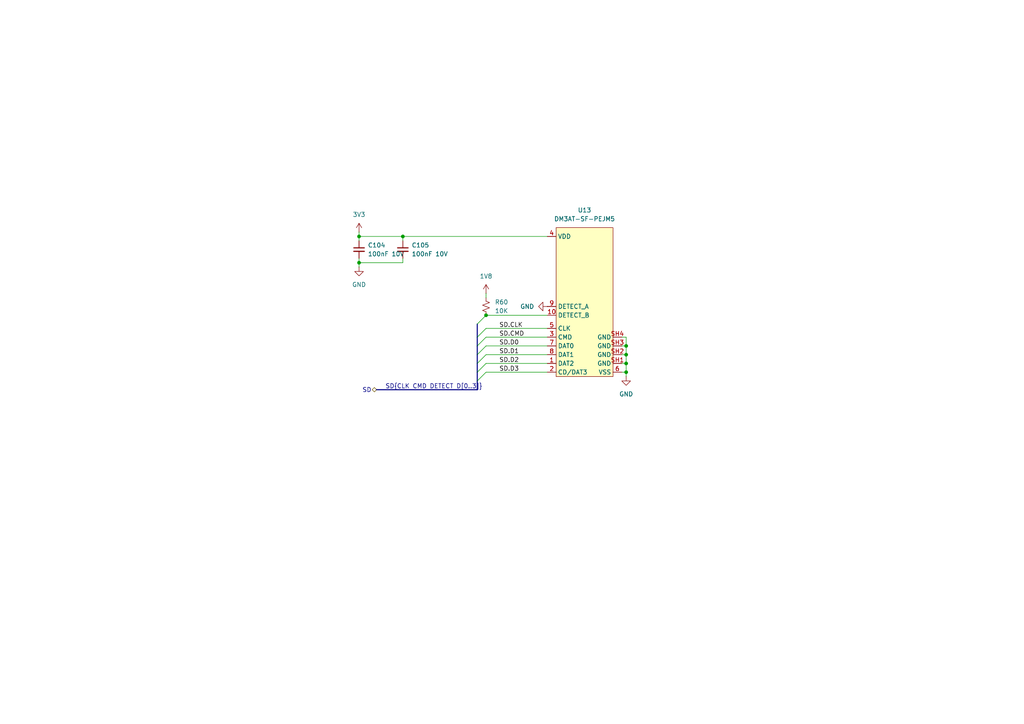
<source format=kicad_sch>
(kicad_sch (version 20250114) (generator "eeschema") (generator_version "9.0")
  (paper "A4")
  (lib_symbols
    (symbol "power:GND" (power) (pin_numbers (hide yes)) (pin_names (offset 0) (hide yes))
      (property "Value" "GND" (at 0 -3.81 0))
      (symbol "GND_0_1"
        (polyline (pts (xy 0 0) (xy 0 -1.27) (xy 1.27 -1.27) (xy 0 -2.54) (xy -1.27 -1.27) (xy 0 -1.27)))
      )
      (symbol "GND_1_1"
        (pin power_in line (at 0 0 270) (length 0) (name "~") (number "1"))
      )
    )
    (symbol "power:VCC" (power) (pin_numbers (hide yes)) (pin_names (offset 0) (hide yes))
      (property "Value" "VCC" (at 0 3.556 0))
      (symbol "VCC_0_1"
        (polyline (pts (xy -0.762 1.27) (xy 0 2.54)))
        (polyline (pts (xy 0 2.54) (xy 0.762 1.27)))
        (polyline (pts (xy 0 0) (xy 0 2.54)))
      )
      (symbol "VCC_1_1"
        (pin power_in line (at 0 0 90) (length 0) (name "~") (number "1"))
      )
    )
    (symbol "symbol-library-capacitors:CC0402KRX7R6BB104" (pin_numbers (hide yes)) (pin_names (offset 0.254) (hide yes))
      (property "Reference" "C" (at 0.254 1.778 0))
      (property "Value" "100nF 10V" (at 0.254 -2.032 0))
      (symbol "CC0402KRX7R6BB104_0_1"
        (polyline (pts (xy -1.524 0.508) (xy 1.524 0.508)) (stroke (width 0.3048)))
        (polyline (pts (xy -1.524 -0.508) (xy 1.524 -0.508)) (stroke (width 0.3302)))
      )
      (symbol "CC0402KRX7R6BB104_1_1"
        (pin passive line (at 0 2.54 270) (length 2.032) (name "~") (number "1"))
        (pin passive line (at 0 -2.54 90) (length 2.032) (name "~") (number "2"))
      )
    )
    (symbol "symbol-library-resistors:RC0402JR-0710KL" (pin_numbers (hide yes)) (pin_names (offset 0.254) (hide yes))
      (property "Reference" "R" (at 0.762 0.508 0))
      (property "Value" "10K" (at 0.762 -1.016 0))
      (symbol "RC0402JR-0710KL_1_1"
        (polyline (pts (xy 0 1.524) (xy 1.016 1.143) (xy 0 0.762) (xy -1.016 0.381) (xy 0 0)))
        (polyline (pts (xy 0 0) (xy 1.016 -0.381) (xy 0 -0.762) (xy -1.016 -1.143) (xy 0 -1.524)))
        (pin passive line (at 0 2.54 270) (length 1.016) (name "~") (number "1"))
        (pin passive line (at 0 -2.54 90) (length 1.016) (name "~") (number "2"))
      )
    )
    (symbol "symbol-library:DM3AT-SF-PEJM5"
      (property "Reference" "U" (at 0.762 0.762 0))
      (property "Value" "DM3AT-SF-PEJM5" (at 7.366 -44.45 0))
      (symbol "DM3AT-SF-PEJM5_0_1"
        (rectangle (start 0 0) (end 16.51 -43.18) (fill (type background)))
      )
      (symbol "DM3AT-SF-PEJM5_1_1"
        (pin power_in line (at -2.54 -2.54 0) (length 2.54) (name "VDD") (number "4"))
        (pin output line (at -2.54 -22.86 0) (length 2.54) (name "DETECT_A") (number "9"))
        (pin output line (at -2.54 -25.4 0) (length 2.54) (name "DETECT_B") (number "10"))
        (pin input line (at -2.54 -29.21 0) (length 2.54) (name "CLK") (number "5"))
        (pin input line (at -2.54 -31.75 0) (length 2.54) (name "CMD") (number "3"))
        (pin bidirectional line (at -2.54 -34.29 0) (length 2.54) (name "DAT0") (number "7"))
        (pin bidirectional line (at -2.54 -36.83 0) (length 2.54) (name "DAT1") (number "8"))
        (pin bidirectional line (at -2.54 -39.37 0) (length 2.54) (name "DAT2") (number "1"))
        (pin bidirectional line (at -2.54 -41.91 0) (length 2.54) (name "CD/DAT3") (number "2"))
        (pin passive line (at 19.05 -31.75 180) (length 2.54) (name "GND") (number "SH4"))
        (pin passive line (at 19.05 -34.29 180) (length 2.54) (name "GND") (number "SH3"))
        (pin passive line (at 19.05 -36.83 180) (length 2.54) (name "GND") (number "SH2"))
        (pin passive line (at 19.05 -39.37 180) (length 2.54) (name "GND") (number "SH1"))
        (pin power_in line (at 19.05 -41.91 180) (length 2.54) (name "VSS") (number "6"))
      )
    )
  )
  (junction (at 104.14 68.58))
  (junction (at 116.84 68.58))
  (junction (at 104.14 76.2))
  (junction (at 181.61 100.33))
  (junction (at 181.61 105.41))
  (junction (at 181.61 102.87))
  (junction (at 140.97 91.44))
  (junction (at 181.61 107.95))
  (bus_entry (at 138.43 93.98) (size 2.54 -2.54))
  (bus_entry (at 138.43 107.95) (size 2.54 -2.54))
  (bus_entry (at 138.43 110.49) (size 2.54 -2.54))
  (bus_entry (at 138.43 100.33) (size 2.54 -2.54))
  (bus_entry (at 138.43 105.41) (size 2.54 -2.54))
  (bus_entry (at 138.43 97.79) (size 2.54 -2.54))
  (bus_entry (at 138.43 102.87) (size 2.54 -2.54))
  (wire (pts (xy 180.34 107.95) (xy 181.61 107.95)))
  (wire (pts (xy 140.97 97.79) (xy 158.75 97.79)))
  (wire (pts (xy 181.61 102.87) (xy 181.61 100.33)))
  (wire (pts (xy 104.14 76.2) (xy 116.84 76.2)))
  (wire (pts (xy 116.84 68.58) (xy 116.84 69.85)))
  (wire (pts (xy 180.34 102.87) (xy 181.61 102.87)))
  (wire (pts (xy 140.97 100.33) (xy 158.75 100.33)))
  (bus (pts (xy 109.22 113.03) (xy 138.43 113.03)))
  (wire (pts (xy 116.84 76.2) (xy 116.84 74.93)))
  (wire (pts (xy 180.34 100.33) (xy 181.61 100.33)))
  (bus (pts (xy 138.43 93.98) (xy 138.43 97.79)))
  (wire (pts (xy 180.34 105.41) (xy 181.61 105.41)))
  (bus (pts (xy 138.43 100.33) (xy 138.43 102.87)))
  (wire (pts (xy 140.97 107.95) (xy 158.75 107.95)))
  (wire (pts (xy 116.84 68.58) (xy 104.14 68.58)))
  (wire (pts (xy 181.61 107.95) (xy 181.61 109.22)))
  (bus (pts (xy 138.43 107.95) (xy 138.43 110.49)))
  (wire (pts (xy 181.61 97.79) (xy 180.34 97.79)))
  (wire (pts (xy 140.97 95.25) (xy 158.75 95.25)))
  (wire (pts (xy 104.14 74.93) (xy 104.14 76.2)))
  (wire (pts (xy 181.61 100.33) (xy 181.61 97.79)))
  (bus (pts (xy 138.43 102.87) (xy 138.43 105.41)))
  (wire (pts (xy 140.97 105.41) (xy 158.75 105.41)))
  (bus (pts (xy 138.43 97.79) (xy 138.43 100.33)))
  (wire (pts (xy 116.84 68.58) (xy 158.75 68.58)))
  (wire (pts (xy 104.14 67.31) (xy 104.14 68.58)))
  (wire (pts (xy 140.97 85.09) (xy 140.97 86.36)))
  (bus (pts (xy 138.43 105.41) (xy 138.43 107.95)))
  (wire (pts (xy 104.14 76.2) (xy 104.14 77.47)))
  (wire (pts (xy 140.97 102.87) (xy 158.75 102.87)))
  (wire (pts (xy 104.14 68.58) (xy 104.14 69.85)))
  (wire (pts (xy 181.61 107.95) (xy 181.61 105.41)))
  (wire (pts (xy 181.61 105.41) (xy 181.61 102.87)))
  (bus (pts (xy 138.43 110.49) (xy 138.43 113.03)))
  (wire (pts (xy 140.97 91.44) (xy 158.75 91.44)))
  (label "SD.CLK" (at 144.78 95.25 0))
  (label "SD.D3" (at 144.78 107.95 0))
  (label "SD.D0" (at 144.78 100.33 0))
  (label "SD.CMD" (at 144.78 97.79 0))
  (label "SD{CLK CMD DETECT D[0..3]}" (at 111.76 113.03 0))
  (label "SD.D2" (at 144.78 105.41 0))
  (label "SD.D1" (at 144.78 102.87 0))
  (hierarchical_label "SD" (shape bidirectional) (at 109.22 113.03 180))
  (symbol (lib_id "power:VCC") (at 104.14 67.31 0) (unit 1)
    (property "Reference" "#PWR0148" (effects (hide yes)))
    (property "Value" "3V3" (at 104.14 62.23 0))
    (property "Description" "Power symbol creates a global label with name \"VCC\"" (effects (hide yes)))
  )
  (symbol (lib_id "power:GND") (at 181.61 109.22 0) (unit 1)
    (property "Reference" "#PWR0151" (effects (hide yes)))
    (property "Value" "GND" (at 181.61 114.3 0))
    (property "Description" "Power symbol creates a global label with name \"GND\" , ground" (effects (hide yes)))
  )
  (symbol (lib_id "symbol-library-capacitors:CC0402KRX7R6BB104") (at 116.84 72.39 0) (unit 1)
    (property "Reference" "C105" (at 119.38 71.1262 0) (effects (justify left)))
    (property "Value" "100nF 10V" (at 119.38 73.6662 0) (effects (justify left)))
    (property "Footprint" "Capacitor_SMD:C_0402_1005Metric" (effects (hide yes)))
    (property "Description" "Unpolarized capacitor, small symbol" (effects (hide yes)))
  )
  (symbol (lib_id "symbol-library-resistors:RC0402JR-0710KL") (at 140.97 88.9 0) (unit 1)
    (property "Reference" "R60" (at 143.51 87.6299 0) (effects (justify left)))
    (property "Value" "10K" (at 143.51 90.1699 0) (effects (justify left)))
    (property "Footprint" "Resistor_SMD:R_0402_1005Metric" (effects (hide yes)))
    (property "Description" "Resistor, small US symbol" (effects (hide yes)))
  )
  (symbol (lib_id "symbol-library:DM3AT-SF-PEJM5") (at 161.29 66.04 0) (unit 1)
    (property "Reference" "U13" (at 169.545 60.96 0))
    (property "Value" "DM3AT-SF-PEJM5" (at 169.545 63.5 0))
    (property "Footprint" "footprint-library:DM3AT-SF-PEJM5" (effects (hide yes)))
  )
  (symbol (lib_id "power:VCC") (at 140.97 85.09 0) (unit 1)
    (property "Reference" "#PWR0150" (effects (hide yes)))
    (property "Value" "1V8" (at 140.97 80.1239 0))
    (property "Description" "Power symbol creates a global label with name \"VCC\"" (effects (hide yes)))
  )
  (symbol (lib_id "power:GND") (at 158.75 88.9 270) (unit 1)
    (property "Reference" "#PWR0159" (effects (hide yes)))
    (property "Value" "GND" (at 152.908 88.9 90))
    (property "Description" "Power symbol creates a global label with name \"GND\" , ground" (effects (hide yes)))
  )
  (symbol (lib_id "symbol-library-capacitors:CC0402KRX7R6BB104") (at 104.14 72.39 0) (unit 1)
    (property "Reference" "C104" (at 106.68 71.1262 0) (effects (justify left)))
    (property "Value" "100nF 10V" (at 106.68 73.6662 0) (effects (justify left)))
    (property "Footprint" "Capacitor_SMD:C_0402_1005Metric" (effects (hide yes)))
    (property "Description" "Unpolarized capacitor, small symbol" (effects (hide yes)))
  )
  (symbol (lib_id "power:GND") (at 104.14 77.47 0) (unit 1)
    (property "Reference" "#PWR0149" (effects (hide yes)))
    (property "Value" "GND" (at 104.14 82.55 0))
    (property "Description" "Power symbol creates a global label with name \"GND\" , ground" (effects (hide yes)))
  )
)
</source>
